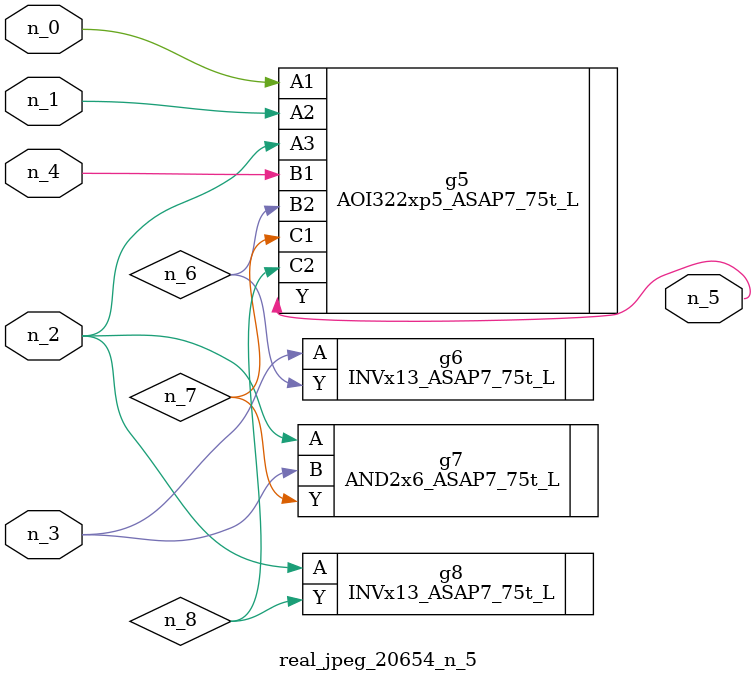
<source format=v>
module real_jpeg_20654_n_5 (n_4, n_0, n_1, n_2, n_3, n_5);

input n_4;
input n_0;
input n_1;
input n_2;
input n_3;

output n_5;

wire n_8;
wire n_6;
wire n_7;

AOI322xp5_ASAP7_75t_L g5 ( 
.A1(n_0),
.A2(n_1),
.A3(n_2),
.B1(n_4),
.B2(n_6),
.C1(n_7),
.C2(n_8),
.Y(n_5)
);

AND2x6_ASAP7_75t_L g7 ( 
.A(n_2),
.B(n_3),
.Y(n_7)
);

INVx13_ASAP7_75t_L g8 ( 
.A(n_2),
.Y(n_8)
);

INVx13_ASAP7_75t_L g6 ( 
.A(n_3),
.Y(n_6)
);


endmodule
</source>
